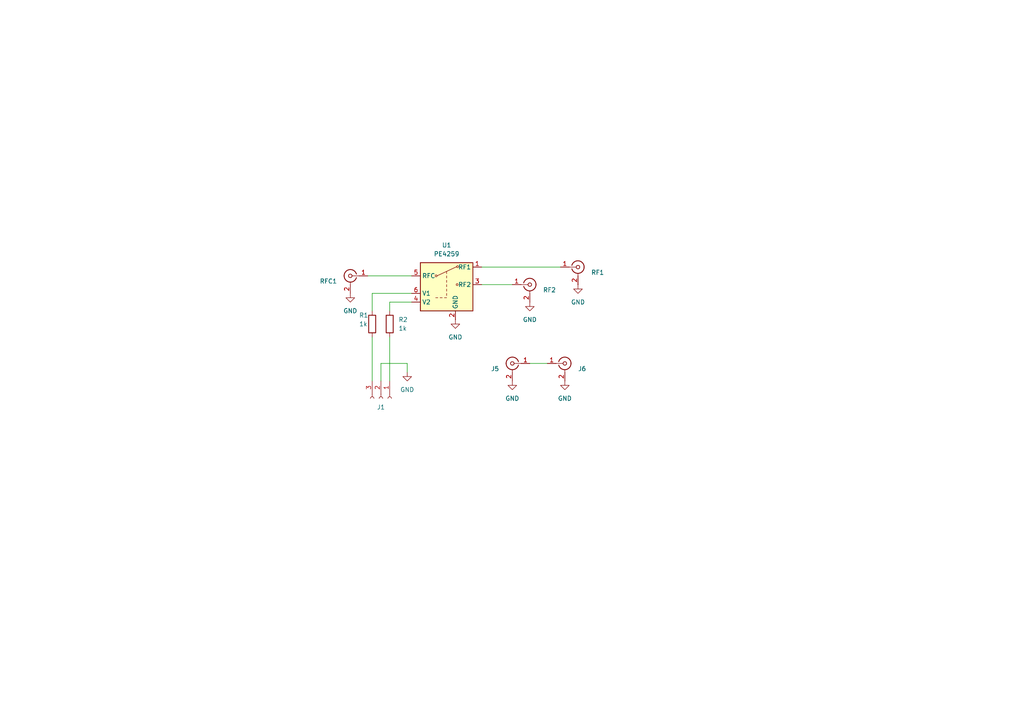
<source format=kicad_sch>
(kicad_sch
	(version 20231120)
	(generator "eeschema")
	(generator_version "8.0")
	(uuid "3f49a829-2c8c-4114-a9df-0b18facc8030")
	(paper "A4")
	(lib_symbols
		(symbol "Connector:Conn_01x03_Socket"
			(pin_names
				(offset 1.016) hide)
			(exclude_from_sim no)
			(in_bom yes)
			(on_board yes)
			(property "Reference" "J"
				(at 0 5.08 0)
				(effects
					(font
						(size 1.27 1.27)
					)
				)
			)
			(property "Value" "Conn_01x03_Socket"
				(at 0 -5.08 0)
				(effects
					(font
						(size 1.27 1.27)
					)
				)
			)
			(property "Footprint" ""
				(at 0 0 0)
				(effects
					(font
						(size 1.27 1.27)
					)
					(hide yes)
				)
			)
			(property "Datasheet" "~"
				(at 0 0 0)
				(effects
					(font
						(size 1.27 1.27)
					)
					(hide yes)
				)
			)
			(property "Description" "Generic connector, single row, 01x03, script generated"
				(at 0 0 0)
				(effects
					(font
						(size 1.27 1.27)
					)
					(hide yes)
				)
			)
			(property "ki_locked" ""
				(at 0 0 0)
				(effects
					(font
						(size 1.27 1.27)
					)
				)
			)
			(property "ki_keywords" "connector"
				(at 0 0 0)
				(effects
					(font
						(size 1.27 1.27)
					)
					(hide yes)
				)
			)
			(property "ki_fp_filters" "Connector*:*_1x??_*"
				(at 0 0 0)
				(effects
					(font
						(size 1.27 1.27)
					)
					(hide yes)
				)
			)
			(symbol "Conn_01x03_Socket_1_1"
				(arc
					(start 0 -2.032)
					(mid -0.5058 -2.54)
					(end 0 -3.048)
					(stroke
						(width 0.1524)
						(type default)
					)
					(fill
						(type none)
					)
				)
				(polyline
					(pts
						(xy -1.27 -2.54) (xy -0.508 -2.54)
					)
					(stroke
						(width 0.1524)
						(type default)
					)
					(fill
						(type none)
					)
				)
				(polyline
					(pts
						(xy -1.27 0) (xy -0.508 0)
					)
					(stroke
						(width 0.1524)
						(type default)
					)
					(fill
						(type none)
					)
				)
				(polyline
					(pts
						(xy -1.27 2.54) (xy -0.508 2.54)
					)
					(stroke
						(width 0.1524)
						(type default)
					)
					(fill
						(type none)
					)
				)
				(arc
					(start 0 0.508)
					(mid -0.5058 0)
					(end 0 -0.508)
					(stroke
						(width 0.1524)
						(type default)
					)
					(fill
						(type none)
					)
				)
				(arc
					(start 0 3.048)
					(mid -0.5058 2.54)
					(end 0 2.032)
					(stroke
						(width 0.1524)
						(type default)
					)
					(fill
						(type none)
					)
				)
				(pin passive line
					(at -5.08 2.54 0)
					(length 3.81)
					(name "Pin_1"
						(effects
							(font
								(size 1.27 1.27)
							)
						)
					)
					(number "1"
						(effects
							(font
								(size 1.27 1.27)
							)
						)
					)
				)
				(pin passive line
					(at -5.08 0 0)
					(length 3.81)
					(name "Pin_2"
						(effects
							(font
								(size 1.27 1.27)
							)
						)
					)
					(number "2"
						(effects
							(font
								(size 1.27 1.27)
							)
						)
					)
				)
				(pin passive line
					(at -5.08 -2.54 0)
					(length 3.81)
					(name "Pin_3"
						(effects
							(font
								(size 1.27 1.27)
							)
						)
					)
					(number "3"
						(effects
							(font
								(size 1.27 1.27)
							)
						)
					)
				)
			)
		)
		(symbol "Connector:Conn_Coaxial"
			(pin_names
				(offset 1.016) hide)
			(exclude_from_sim no)
			(in_bom yes)
			(on_board yes)
			(property "Reference" "J"
				(at 0.254 3.048 0)
				(effects
					(font
						(size 1.27 1.27)
					)
				)
			)
			(property "Value" "Conn_Coaxial"
				(at 2.921 0 90)
				(effects
					(font
						(size 1.27 1.27)
					)
				)
			)
			(property "Footprint" ""
				(at 0 0 0)
				(effects
					(font
						(size 1.27 1.27)
					)
					(hide yes)
				)
			)
			(property "Datasheet" "~"
				(at 0 0 0)
				(effects
					(font
						(size 1.27 1.27)
					)
					(hide yes)
				)
			)
			(property "Description" "coaxial connector (BNC, SMA, SMB, SMC, Cinch/RCA, LEMO, ...)"
				(at 0 0 0)
				(effects
					(font
						(size 1.27 1.27)
					)
					(hide yes)
				)
			)
			(property "ki_keywords" "BNC SMA SMB SMC LEMO coaxial connector CINCH RCA MCX MMCX U.FL UMRF"
				(at 0 0 0)
				(effects
					(font
						(size 1.27 1.27)
					)
					(hide yes)
				)
			)
			(property "ki_fp_filters" "*BNC* *SMA* *SMB* *SMC* *Cinch* *LEMO* *UMRF* *MCX* *U.FL*"
				(at 0 0 0)
				(effects
					(font
						(size 1.27 1.27)
					)
					(hide yes)
				)
			)
			(symbol "Conn_Coaxial_0_1"
				(arc
					(start -1.778 -0.508)
					(mid 0.2311 -1.8066)
					(end 1.778 0)
					(stroke
						(width 0.254)
						(type default)
					)
					(fill
						(type none)
					)
				)
				(polyline
					(pts
						(xy -2.54 0) (xy -0.508 0)
					)
					(stroke
						(width 0)
						(type default)
					)
					(fill
						(type none)
					)
				)
				(polyline
					(pts
						(xy 0 -2.54) (xy 0 -1.778)
					)
					(stroke
						(width 0)
						(type default)
					)
					(fill
						(type none)
					)
				)
				(circle
					(center 0 0)
					(radius 0.508)
					(stroke
						(width 0.2032)
						(type default)
					)
					(fill
						(type none)
					)
				)
				(arc
					(start 1.778 0)
					(mid 0.2099 1.8101)
					(end -1.778 0.508)
					(stroke
						(width 0.254)
						(type default)
					)
					(fill
						(type none)
					)
				)
			)
			(symbol "Conn_Coaxial_1_1"
				(pin passive line
					(at -5.08 0 0)
					(length 2.54)
					(name "In"
						(effects
							(font
								(size 1.27 1.27)
							)
						)
					)
					(number "1"
						(effects
							(font
								(size 1.27 1.27)
							)
						)
					)
				)
				(pin passive line
					(at 0 -5.08 90)
					(length 2.54)
					(name "Ext"
						(effects
							(font
								(size 1.27 1.27)
							)
						)
					)
					(number "2"
						(effects
							(font
								(size 1.27 1.27)
							)
						)
					)
				)
			)
		)
		(symbol "Device:R"
			(pin_numbers hide)
			(pin_names
				(offset 0)
			)
			(exclude_from_sim no)
			(in_bom yes)
			(on_board yes)
			(property "Reference" "R"
				(at 2.032 0 90)
				(effects
					(font
						(size 1.27 1.27)
					)
				)
			)
			(property "Value" "R"
				(at 0 0 90)
				(effects
					(font
						(size 1.27 1.27)
					)
				)
			)
			(property "Footprint" ""
				(at -1.778 0 90)
				(effects
					(font
						(size 1.27 1.27)
					)
					(hide yes)
				)
			)
			(property "Datasheet" "~"
				(at 0 0 0)
				(effects
					(font
						(size 1.27 1.27)
					)
					(hide yes)
				)
			)
			(property "Description" "Resistor"
				(at 0 0 0)
				(effects
					(font
						(size 1.27 1.27)
					)
					(hide yes)
				)
			)
			(property "ki_keywords" "R res resistor"
				(at 0 0 0)
				(effects
					(font
						(size 1.27 1.27)
					)
					(hide yes)
				)
			)
			(property "ki_fp_filters" "R_*"
				(at 0 0 0)
				(effects
					(font
						(size 1.27 1.27)
					)
					(hide yes)
				)
			)
			(symbol "R_0_1"
				(rectangle
					(start -1.016 -2.54)
					(end 1.016 2.54)
					(stroke
						(width 0.254)
						(type default)
					)
					(fill
						(type none)
					)
				)
			)
			(symbol "R_1_1"
				(pin passive line
					(at 0 3.81 270)
					(length 1.27)
					(name "~"
						(effects
							(font
								(size 1.27 1.27)
							)
						)
					)
					(number "1"
						(effects
							(font
								(size 1.27 1.27)
							)
						)
					)
				)
				(pin passive line
					(at 0 -3.81 90)
					(length 1.27)
					(name "~"
						(effects
							(font
								(size 1.27 1.27)
							)
						)
					)
					(number "2"
						(effects
							(font
								(size 1.27 1.27)
							)
						)
					)
				)
			)
		)
		(symbol "RF_Switch:MASWSS0179"
			(exclude_from_sim no)
			(in_bom yes)
			(on_board yes)
			(property "Reference" "U"
				(at -7.62 7.62 0)
				(effects
					(font
						(size 1.27 1.27)
					)
				)
			)
			(property "Value" "MASWSS0179"
				(at 3.81 7.62 0)
				(effects
					(font
						(size 1.27 1.27)
					)
				)
			)
			(property "Footprint" "Package_TO_SOT_SMD:SOT-23-6"
				(at 0 2.54 0)
				(effects
					(font
						(size 1.27 1.27)
					)
					(hide yes)
				)
			)
			(property "Datasheet" "https://cdn.macom.com/datasheets/MASWSS0179.pdf"
				(at 0 2.54 0)
				(effects
					(font
						(size 1.27 1.27)
					)
					(hide yes)
				)
			)
			(property "Description" "Macom GaAs RF SPDT switch, DC-2GHz, 0.6/22dB loss/isolation, SOT-26 (SOT-23-6)"
				(at 0 0 0)
				(effects
					(font
						(size 1.27 1.27)
					)
					(hide yes)
				)
			)
			(property "ki_keywords" "RF SWITCH SPDT"
				(at 0 0 0)
				(effects
					(font
						(size 1.27 1.27)
					)
					(hide yes)
				)
			)
			(property "ki_fp_filters" "SOT?23*"
				(at 0 0 0)
				(effects
					(font
						(size 1.27 1.27)
					)
					(hide yes)
				)
			)
			(symbol "MASWSS0179_0_1"
				(circle
					(center -3.048 2.54)
					(radius 0.2794)
					(stroke
						(width 0)
						(type default)
					)
					(fill
						(type none)
					)
				)
				(polyline
					(pts
						(xy -3.175 -3.81) (xy -2.54 -3.81)
					)
					(stroke
						(width 0)
						(type default)
					)
					(fill
						(type none)
					)
				)
				(polyline
					(pts
						(xy -2.794 2.54) (xy 2.921 5.207)
					)
					(stroke
						(width 0)
						(type default)
					)
					(fill
						(type none)
					)
				)
				(polyline
					(pts
						(xy -1.905 -3.81) (xy -1.27 -3.81)
					)
					(stroke
						(width 0)
						(type default)
					)
					(fill
						(type none)
					)
				)
				(polyline
					(pts
						(xy -0.635 -3.81) (xy 0 -3.81)
					)
					(stroke
						(width 0)
						(type default)
					)
					(fill
						(type none)
					)
				)
				(polyline
					(pts
						(xy 0 -3.175) (xy 0 -2.54)
					)
					(stroke
						(width 0)
						(type default)
					)
					(fill
						(type none)
					)
				)
				(polyline
					(pts
						(xy 0 -1.905) (xy 0 -1.27)
					)
					(stroke
						(width 0)
						(type default)
					)
					(fill
						(type none)
					)
				)
				(polyline
					(pts
						(xy 0 -0.635) (xy 0 0)
					)
					(stroke
						(width 0)
						(type default)
					)
					(fill
						(type none)
					)
				)
				(polyline
					(pts
						(xy 0 0.635) (xy 0 1.27)
					)
					(stroke
						(width 0)
						(type default)
					)
					(fill
						(type none)
					)
				)
				(polyline
					(pts
						(xy 0 1.905) (xy 0 2.54)
					)
					(stroke
						(width 0)
						(type default)
					)
					(fill
						(type none)
					)
				)
				(polyline
					(pts
						(xy 0 3.175) (xy 0 3.81)
					)
					(stroke
						(width 0)
						(type default)
					)
					(fill
						(type none)
					)
				)
				(circle
					(center 3.048 0)
					(radius 0.2794)
					(stroke
						(width 0)
						(type default)
					)
					(fill
						(type none)
					)
				)
				(circle
					(center 3.175 5.207)
					(radius 0.2794)
					(stroke
						(width 0)
						(type default)
					)
					(fill
						(type none)
					)
				)
				(rectangle
					(start 7.62 -7.62)
					(end -7.62 6.35)
					(stroke
						(width 0.254)
						(type default)
					)
					(fill
						(type background)
					)
				)
			)
			(symbol "MASWSS0179_1_1"
				(pin passive line
					(at 10.16 5.08 180)
					(length 2.54)
					(name "RF1"
						(effects
							(font
								(size 1.27 1.27)
							)
						)
					)
					(number "1"
						(effects
							(font
								(size 1.27 1.27)
							)
						)
					)
				)
				(pin power_in line
					(at 2.54 -10.16 90)
					(length 2.54)
					(name "GND"
						(effects
							(font
								(size 1.27 1.27)
							)
						)
					)
					(number "2"
						(effects
							(font
								(size 1.27 1.27)
							)
						)
					)
				)
				(pin passive line
					(at 10.16 0 180)
					(length 2.54)
					(name "RF2"
						(effects
							(font
								(size 1.27 1.27)
							)
						)
					)
					(number "3"
						(effects
							(font
								(size 1.27 1.27)
							)
						)
					)
				)
				(pin input line
					(at -10.16 -5.08 0)
					(length 2.54)
					(name "V2"
						(effects
							(font
								(size 1.27 1.27)
							)
						)
					)
					(number "4"
						(effects
							(font
								(size 1.27 1.27)
							)
						)
					)
				)
				(pin passive line
					(at -10.16 2.54 0)
					(length 2.54)
					(name "RFC"
						(effects
							(font
								(size 1.27 1.27)
							)
						)
					)
					(number "5"
						(effects
							(font
								(size 1.27 1.27)
							)
						)
					)
				)
				(pin input line
					(at -10.16 -2.54 0)
					(length 2.54)
					(name "V1"
						(effects
							(font
								(size 1.27 1.27)
							)
						)
					)
					(number "6"
						(effects
							(font
								(size 1.27 1.27)
							)
						)
					)
				)
			)
		)
		(symbol "power:GND"
			(power)
			(pin_numbers hide)
			(pin_names
				(offset 0) hide)
			(exclude_from_sim no)
			(in_bom yes)
			(on_board yes)
			(property "Reference" "#PWR"
				(at 0 -6.35 0)
				(effects
					(font
						(size 1.27 1.27)
					)
					(hide yes)
				)
			)
			(property "Value" "GND"
				(at 0 -3.81 0)
				(effects
					(font
						(size 1.27 1.27)
					)
				)
			)
			(property "Footprint" ""
				(at 0 0 0)
				(effects
					(font
						(size 1.27 1.27)
					)
					(hide yes)
				)
			)
			(property "Datasheet" ""
				(at 0 0 0)
				(effects
					(font
						(size 1.27 1.27)
					)
					(hide yes)
				)
			)
			(property "Description" "Power symbol creates a global label with name \"GND\" , ground"
				(at 0 0 0)
				(effects
					(font
						(size 1.27 1.27)
					)
					(hide yes)
				)
			)
			(property "ki_keywords" "global power"
				(at 0 0 0)
				(effects
					(font
						(size 1.27 1.27)
					)
					(hide yes)
				)
			)
			(symbol "GND_0_1"
				(polyline
					(pts
						(xy 0 0) (xy 0 -1.27) (xy 1.27 -1.27) (xy 0 -2.54) (xy -1.27 -1.27) (xy 0 -1.27)
					)
					(stroke
						(width 0)
						(type default)
					)
					(fill
						(type none)
					)
				)
			)
			(symbol "GND_1_1"
				(pin power_in line
					(at 0 0 270)
					(length 0)
					(name "~"
						(effects
							(font
								(size 1.27 1.27)
							)
						)
					)
					(number "1"
						(effects
							(font
								(size 1.27 1.27)
							)
						)
					)
				)
			)
		)
	)
	(wire
		(pts
			(xy 139.7 77.47) (xy 162.56 77.47)
		)
		(stroke
			(width 0)
			(type default)
		)
		(uuid "08ce11f6-8d37-4e5a-951c-f851d701bb39")
	)
	(wire
		(pts
			(xy 119.38 85.09) (xy 107.95 85.09)
		)
		(stroke
			(width 0)
			(type default)
		)
		(uuid "0e7707fe-7062-4b88-8811-0a28f98e1d13")
	)
	(wire
		(pts
			(xy 113.03 97.79) (xy 113.03 110.49)
		)
		(stroke
			(width 0)
			(type default)
		)
		(uuid "188ec48b-6cd9-47c7-86dc-766aae17f6cd")
	)
	(wire
		(pts
			(xy 110.49 110.49) (xy 110.49 105.41)
		)
		(stroke
			(width 0)
			(type default)
		)
		(uuid "38a11fc1-f858-4d1d-9b12-58a075111adb")
	)
	(wire
		(pts
			(xy 119.38 87.63) (xy 113.03 87.63)
		)
		(stroke
			(width 0)
			(type default)
		)
		(uuid "6f6a194e-4fd6-4711-9946-acc4fc496c2f")
	)
	(wire
		(pts
			(xy 118.11 105.41) (xy 118.11 107.95)
		)
		(stroke
			(width 0)
			(type default)
		)
		(uuid "8c1546f6-f485-46e0-b0b7-a225ab487348")
	)
	(wire
		(pts
			(xy 107.95 97.79) (xy 107.95 110.49)
		)
		(stroke
			(width 0)
			(type default)
		)
		(uuid "9a5723e8-8ab1-41e7-ace9-22d8ec2f8c35")
	)
	(wire
		(pts
			(xy 106.68 80.01) (xy 119.38 80.01)
		)
		(stroke
			(width 0)
			(type default)
		)
		(uuid "9fe9ffda-e843-4a42-889a-f544fa555876")
	)
	(wire
		(pts
			(xy 113.03 87.63) (xy 113.03 90.17)
		)
		(stroke
			(width 0)
			(type default)
		)
		(uuid "ab2a8bef-a09c-4eb3-bf7f-f165d5f781a4")
	)
	(wire
		(pts
			(xy 153.67 105.41) (xy 158.75 105.41)
		)
		(stroke
			(width 0)
			(type default)
		)
		(uuid "c0c5662e-ad7f-41a8-8bcc-372947e04cab")
	)
	(wire
		(pts
			(xy 107.95 85.09) (xy 107.95 90.17)
		)
		(stroke
			(width 0)
			(type default)
		)
		(uuid "c32a9585-f37f-4c75-8b3d-440d051568fb")
	)
	(wire
		(pts
			(xy 110.49 105.41) (xy 118.11 105.41)
		)
		(stroke
			(width 0)
			(type default)
		)
		(uuid "cb167947-7a91-4823-8533-cfa4ab00ee95")
	)
	(wire
		(pts
			(xy 139.7 82.55) (xy 148.59 82.55)
		)
		(stroke
			(width 0)
			(type default)
		)
		(uuid "dbdebc87-15b7-4598-a6a3-0ebb2be17ca6")
	)
	(symbol
		(lib_id "Connector:Conn_Coaxial")
		(at 148.59 105.41 0)
		(mirror y)
		(unit 1)
		(exclude_from_sim no)
		(in_bom yes)
		(on_board yes)
		(dnp no)
		(uuid "0b40a508-69d6-4850-a93e-20dad903c606")
		(property "Reference" "J5"
			(at 144.78 106.9733 0)
			(effects
				(font
					(size 1.27 1.27)
				)
				(justify left)
			)
		)
		(property "Value" "Conn_Coaxial"
			(at 144.78 104.4333 0)
			(effects
				(font
					(size 1.27 1.27)
				)
				(justify left)
				(hide yes)
			)
		)
		(property "Footprint" "Connector_Coaxial:SMA_Molex_73251-1153_EdgeMount_Horizontal"
			(at 148.59 105.41 0)
			(effects
				(font
					(size 1.27 1.27)
				)
				(hide yes)
			)
		)
		(property "Datasheet" "~"
			(at 148.59 105.41 0)
			(effects
				(font
					(size 1.27 1.27)
				)
				(hide yes)
			)
		)
		(property "Description" "coaxial connector (BNC, SMA, SMB, SMC, Cinch/RCA, LEMO, ...)"
			(at 148.59 105.41 0)
			(effects
				(font
					(size 1.27 1.27)
				)
				(hide yes)
			)
		)
		(pin "2"
			(uuid "28bb6553-d676-4314-b76c-3df20550cfcc")
		)
		(pin "1"
			(uuid "b116d6ea-8847-42ea-b0a4-d3232234ddd2")
		)
		(instances
			(project "PE RF Switch Test"
				(path "/3f49a829-2c8c-4114-a9df-0b18facc8030"
					(reference "J5")
					(unit 1)
				)
			)
		)
	)
	(symbol
		(lib_id "power:GND")
		(at 101.6 85.09 0)
		(unit 1)
		(exclude_from_sim no)
		(in_bom yes)
		(on_board yes)
		(dnp no)
		(fields_autoplaced yes)
		(uuid "15599c73-dfcb-4966-8001-e9b85fcfaf63")
		(property "Reference" "#PWR03"
			(at 101.6 91.44 0)
			(effects
				(font
					(size 1.27 1.27)
				)
				(hide yes)
			)
		)
		(property "Value" "GND"
			(at 101.6 90.17 0)
			(effects
				(font
					(size 1.27 1.27)
				)
			)
		)
		(property "Footprint" ""
			(at 101.6 85.09 0)
			(effects
				(font
					(size 1.27 1.27)
				)
				(hide yes)
			)
		)
		(property "Datasheet" ""
			(at 101.6 85.09 0)
			(effects
				(font
					(size 1.27 1.27)
				)
				(hide yes)
			)
		)
		(property "Description" "Power symbol creates a global label with name \"GND\" , ground"
			(at 101.6 85.09 0)
			(effects
				(font
					(size 1.27 1.27)
				)
				(hide yes)
			)
		)
		(pin "1"
			(uuid "7af6a935-4cf6-45a2-8603-3a162fe3e043")
		)
		(instances
			(project "PE RF Switch Test"
				(path "/3f49a829-2c8c-4114-a9df-0b18facc8030"
					(reference "#PWR03")
					(unit 1)
				)
			)
		)
	)
	(symbol
		(lib_id "power:GND")
		(at 132.08 92.71 0)
		(unit 1)
		(exclude_from_sim no)
		(in_bom yes)
		(on_board yes)
		(dnp no)
		(fields_autoplaced yes)
		(uuid "29cc91ca-f2bb-4ec9-8ce0-55b85bc64475")
		(property "Reference" "#PWR01"
			(at 132.08 99.06 0)
			(effects
				(font
					(size 1.27 1.27)
				)
				(hide yes)
			)
		)
		(property "Value" "GND"
			(at 132.08 97.79 0)
			(effects
				(font
					(size 1.27 1.27)
				)
			)
		)
		(property "Footprint" ""
			(at 132.08 92.71 0)
			(effects
				(font
					(size 1.27 1.27)
				)
				(hide yes)
			)
		)
		(property "Datasheet" ""
			(at 132.08 92.71 0)
			(effects
				(font
					(size 1.27 1.27)
				)
				(hide yes)
			)
		)
		(property "Description" "Power symbol creates a global label with name \"GND\" , ground"
			(at 132.08 92.71 0)
			(effects
				(font
					(size 1.27 1.27)
				)
				(hide yes)
			)
		)
		(pin "1"
			(uuid "694920c0-f2da-4ff8-b32c-001b568444be")
		)
		(instances
			(project ""
				(path "/3f49a829-2c8c-4114-a9df-0b18facc8030"
					(reference "#PWR01")
					(unit 1)
				)
			)
		)
	)
	(symbol
		(lib_id "Connector:Conn_Coaxial")
		(at 101.6 80.01 0)
		(mirror y)
		(unit 1)
		(exclude_from_sim no)
		(in_bom yes)
		(on_board yes)
		(dnp no)
		(uuid "3841a3b4-49a6-43d2-9a1e-0208bf2c4a9b")
		(property "Reference" "RFC1"
			(at 97.79 81.5733 0)
			(effects
				(font
					(size 1.27 1.27)
				)
				(justify left)
			)
		)
		(property "Value" "Conn_Coaxial"
			(at 97.79 79.0333 0)
			(effects
				(font
					(size 1.27 1.27)
				)
				(justify left)
				(hide yes)
			)
		)
		(property "Footprint" "Connector_Coaxial:SMA_Molex_73251-1153_EdgeMount_Horizontal"
			(at 101.6 80.01 0)
			(effects
				(font
					(size 1.27 1.27)
				)
				(hide yes)
			)
		)
		(property "Datasheet" "~"
			(at 101.6 80.01 0)
			(effects
				(font
					(size 1.27 1.27)
				)
				(hide yes)
			)
		)
		(property "Description" "coaxial connector (BNC, SMA, SMB, SMC, Cinch/RCA, LEMO, ...)"
			(at 101.6 80.01 0)
			(effects
				(font
					(size 1.27 1.27)
				)
				(hide yes)
			)
		)
		(pin "2"
			(uuid "3bacd5c1-ac1b-4679-af92-b600bd8a0be8")
		)
		(pin "1"
			(uuid "00d83be2-b7d0-4fcb-944f-26c02d73f165")
		)
		(instances
			(project ""
				(path "/3f49a829-2c8c-4114-a9df-0b18facc8030"
					(reference "RFC1")
					(unit 1)
				)
			)
		)
	)
	(symbol
		(lib_id "power:GND")
		(at 167.64 82.55 0)
		(unit 1)
		(exclude_from_sim no)
		(in_bom yes)
		(on_board yes)
		(dnp no)
		(fields_autoplaced yes)
		(uuid "4c5ab216-0934-4ed7-8cea-78e393e25cb8")
		(property "Reference" "#PWR04"
			(at 167.64 88.9 0)
			(effects
				(font
					(size 1.27 1.27)
				)
				(hide yes)
			)
		)
		(property "Value" "GND"
			(at 167.64 87.63 0)
			(effects
				(font
					(size 1.27 1.27)
				)
			)
		)
		(property "Footprint" ""
			(at 167.64 82.55 0)
			(effects
				(font
					(size 1.27 1.27)
				)
				(hide yes)
			)
		)
		(property "Datasheet" ""
			(at 167.64 82.55 0)
			(effects
				(font
					(size 1.27 1.27)
				)
				(hide yes)
			)
		)
		(property "Description" "Power symbol creates a global label with name \"GND\" , ground"
			(at 167.64 82.55 0)
			(effects
				(font
					(size 1.27 1.27)
				)
				(hide yes)
			)
		)
		(pin "1"
			(uuid "2df5286c-7565-4111-93ec-a138637bfa13")
		)
		(instances
			(project "PE RF Switch Test"
				(path "/3f49a829-2c8c-4114-a9df-0b18facc8030"
					(reference "#PWR04")
					(unit 1)
				)
			)
		)
	)
	(symbol
		(lib_id "RF_Switch:MASWSS0179")
		(at 129.54 82.55 0)
		(unit 1)
		(exclude_from_sim no)
		(in_bom yes)
		(on_board yes)
		(dnp no)
		(fields_autoplaced yes)
		(uuid "6d5f62dc-f0a5-41bc-a21f-3c8b5c5bdcdb")
		(property "Reference" "U1"
			(at 129.54 71.12 0)
			(effects
				(font
					(size 1.27 1.27)
				)
			)
		)
		(property "Value" "PE4259"
			(at 129.54 73.66 0)
			(effects
				(font
					(size 1.27 1.27)
				)
			)
		)
		(property "Footprint" "Package_TO_SOT_SMD:SOT-363_SC-70-6_Handsoldering"
			(at 129.54 80.01 0)
			(effects
				(font
					(size 1.27 1.27)
				)
				(hide yes)
			)
		)
		(property "Datasheet" "https://cdn.macom.com/datasheets/MASWSS0179.pdf"
			(at 129.54 80.01 0)
			(effects
				(font
					(size 1.27 1.27)
				)
				(hide yes)
			)
		)
		(property "Description" "Macom GaAs RF SPDT switch, DC-2GHz, 0.6/22dB loss/isolation, SOT-26 (SOT-23-6)"
			(at 129.54 82.55 0)
			(effects
				(font
					(size 1.27 1.27)
				)
				(hide yes)
			)
		)
		(pin "2"
			(uuid "8ea856ff-4dc0-457f-9b6e-c8abefef3a71")
		)
		(pin "5"
			(uuid "026b8d22-11d6-4532-8b22-1d5ca2e448b0")
		)
		(pin "6"
			(uuid "e2f6e278-c1b0-4654-8555-767dc087da51")
		)
		(pin "3"
			(uuid "e59b030c-b806-40a5-85a0-02d3ce91b975")
		)
		(pin "1"
			(uuid "1c59766a-09fc-417a-8963-826796a1bbdb")
		)
		(pin "4"
			(uuid "5d8b78fa-b02a-4f22-9da8-b0f8c2f09182")
		)
		(instances
			(project ""
				(path "/3f49a829-2c8c-4114-a9df-0b18facc8030"
					(reference "U1")
					(unit 1)
				)
			)
		)
	)
	(symbol
		(lib_id "Connector:Conn_Coaxial")
		(at 153.67 82.55 0)
		(unit 1)
		(exclude_from_sim no)
		(in_bom yes)
		(on_board yes)
		(dnp no)
		(uuid "7e819da7-857d-4e60-b871-6118dd4427cd")
		(property "Reference" "RF2"
			(at 157.48 84.1133 0)
			(effects
				(font
					(size 1.27 1.27)
				)
				(justify left)
			)
		)
		(property "Value" "Conn_Coaxial"
			(at 157.48 81.5733 0)
			(effects
				(font
					(size 1.27 1.27)
				)
				(justify left)
				(hide yes)
			)
		)
		(property "Footprint" "Connector_Coaxial:SMA_Molex_73251-1153_EdgeMount_Horizontal"
			(at 153.67 82.55 0)
			(effects
				(font
					(size 1.27 1.27)
				)
				(hide yes)
			)
		)
		(property "Datasheet" "~"
			(at 153.67 82.55 0)
			(effects
				(font
					(size 1.27 1.27)
				)
				(hide yes)
			)
		)
		(property "Description" "coaxial connector (BNC, SMA, SMB, SMC, Cinch/RCA, LEMO, ...)"
			(at 153.67 82.55 0)
			(effects
				(font
					(size 1.27 1.27)
				)
				(hide yes)
			)
		)
		(pin "2"
			(uuid "30fc17cf-bc68-4fe0-a1b5-a6aae5b4993c")
		)
		(pin "1"
			(uuid "fcd549c5-ec2e-4032-abec-17792a09abd4")
		)
		(instances
			(project "PE RF Switch Test"
				(path "/3f49a829-2c8c-4114-a9df-0b18facc8030"
					(reference "RF2")
					(unit 1)
				)
			)
		)
	)
	(symbol
		(lib_id "power:GND")
		(at 118.11 107.95 0)
		(unit 1)
		(exclude_from_sim no)
		(in_bom yes)
		(on_board yes)
		(dnp no)
		(fields_autoplaced yes)
		(uuid "98289f0b-bdf4-4f22-bb40-3f978256e224")
		(property "Reference" "#PWR02"
			(at 118.11 114.3 0)
			(effects
				(font
					(size 1.27 1.27)
				)
				(hide yes)
			)
		)
		(property "Value" "GND"
			(at 118.11 113.03 0)
			(effects
				(font
					(size 1.27 1.27)
				)
			)
		)
		(property "Footprint" ""
			(at 118.11 107.95 0)
			(effects
				(font
					(size 1.27 1.27)
				)
				(hide yes)
			)
		)
		(property "Datasheet" ""
			(at 118.11 107.95 0)
			(effects
				(font
					(size 1.27 1.27)
				)
				(hide yes)
			)
		)
		(property "Description" "Power symbol creates a global label with name \"GND\" , ground"
			(at 118.11 107.95 0)
			(effects
				(font
					(size 1.27 1.27)
				)
				(hide yes)
			)
		)
		(pin "1"
			(uuid "96a14d31-e215-4c8b-8c29-f363faccda91")
		)
		(instances
			(project "PE RF Switch Test"
				(path "/3f49a829-2c8c-4114-a9df-0b18facc8030"
					(reference "#PWR02")
					(unit 1)
				)
			)
		)
	)
	(symbol
		(lib_id "power:GND")
		(at 148.59 110.49 0)
		(unit 1)
		(exclude_from_sim no)
		(in_bom yes)
		(on_board yes)
		(dnp no)
		(fields_autoplaced yes)
		(uuid "d822689a-36f1-44fa-bfbf-e2d6949ab32b")
		(property "Reference" "#PWR06"
			(at 148.59 116.84 0)
			(effects
				(font
					(size 1.27 1.27)
				)
				(hide yes)
			)
		)
		(property "Value" "GND"
			(at 148.59 115.57 0)
			(effects
				(font
					(size 1.27 1.27)
				)
			)
		)
		(property "Footprint" ""
			(at 148.59 110.49 0)
			(effects
				(font
					(size 1.27 1.27)
				)
				(hide yes)
			)
		)
		(property "Datasheet" ""
			(at 148.59 110.49 0)
			(effects
				(font
					(size 1.27 1.27)
				)
				(hide yes)
			)
		)
		(property "Description" "Power symbol creates a global label with name \"GND\" , ground"
			(at 148.59 110.49 0)
			(effects
				(font
					(size 1.27 1.27)
				)
				(hide yes)
			)
		)
		(pin "1"
			(uuid "86199c0b-6c7e-474f-84df-e6762dca234d")
		)
		(instances
			(project "PE RF Switch Test"
				(path "/3f49a829-2c8c-4114-a9df-0b18facc8030"
					(reference "#PWR06")
					(unit 1)
				)
			)
		)
	)
	(symbol
		(lib_id "Connector:Conn_Coaxial")
		(at 163.83 105.41 0)
		(unit 1)
		(exclude_from_sim no)
		(in_bom yes)
		(on_board yes)
		(dnp no)
		(uuid "d97c92cd-5602-4d01-9a19-509d8df44f50")
		(property "Reference" "J6"
			(at 167.64 106.9733 0)
			(effects
				(font
					(size 1.27 1.27)
				)
				(justify left)
			)
		)
		(property "Value" "Conn_Coaxial"
			(at 167.64 104.4333 0)
			(effects
				(font
					(size 1.27 1.27)
				)
				(justify left)
				(hide yes)
			)
		)
		(property "Footprint" "Connector_Coaxial:SMA_Molex_73251-1153_EdgeMount_Horizontal"
			(at 163.83 105.41 0)
			(effects
				(font
					(size 1.27 1.27)
				)
				(hide yes)
			)
		)
		(property "Datasheet" "~"
			(at 163.83 105.41 0)
			(effects
				(font
					(size 1.27 1.27)
				)
				(hide yes)
			)
		)
		(property "Description" "coaxial connector (BNC, SMA, SMB, SMC, Cinch/RCA, LEMO, ...)"
			(at 163.83 105.41 0)
			(effects
				(font
					(size 1.27 1.27)
				)
				(hide yes)
			)
		)
		(pin "2"
			(uuid "a788d0fa-0ddf-4b27-81f6-809fe961888a")
		)
		(pin "1"
			(uuid "2bd4e1ce-6856-4edb-8c51-9495ca428215")
		)
		(instances
			(project "PE RF Switch Test"
				(path "/3f49a829-2c8c-4114-a9df-0b18facc8030"
					(reference "J6")
					(unit 1)
				)
			)
		)
	)
	(symbol
		(lib_id "Device:R")
		(at 113.03 93.98 0)
		(unit 1)
		(exclude_from_sim no)
		(in_bom yes)
		(on_board yes)
		(dnp no)
		(fields_autoplaced yes)
		(uuid "db6403c1-e1b9-495b-bd9f-ef5f2e4d330e")
		(property "Reference" "R2"
			(at 115.57 92.7099 0)
			(effects
				(font
					(size 1.27 1.27)
				)
				(justify left)
			)
		)
		(property "Value" "1k"
			(at 115.57 95.2499 0)
			(effects
				(font
					(size 1.27 1.27)
				)
				(justify left)
			)
		)
		(property "Footprint" "Resistor_SMD:R_0603_1608Metric_Pad0.98x0.95mm_HandSolder"
			(at 111.252 93.98 90)
			(effects
				(font
					(size 1.27 1.27)
				)
				(hide yes)
			)
		)
		(property "Datasheet" "~"
			(at 113.03 93.98 0)
			(effects
				(font
					(size 1.27 1.27)
				)
				(hide yes)
			)
		)
		(property "Description" "Resistor"
			(at 113.03 93.98 0)
			(effects
				(font
					(size 1.27 1.27)
				)
				(hide yes)
			)
		)
		(pin "1"
			(uuid "beb80997-f84f-489b-8f20-782daa8d5083")
		)
		(pin "2"
			(uuid "7bd21ba2-75cd-4c0d-acaf-fe1a7b69ea05")
		)
		(instances
			(project "PE RF Switch Test"
				(path "/3f49a829-2c8c-4114-a9df-0b18facc8030"
					(reference "R2")
					(unit 1)
				)
			)
		)
	)
	(symbol
		(lib_id "power:GND")
		(at 163.83 110.49 0)
		(unit 1)
		(exclude_from_sim no)
		(in_bom yes)
		(on_board yes)
		(dnp no)
		(fields_autoplaced yes)
		(uuid "e35385a3-e61c-444a-998a-2a8e88f53807")
		(property "Reference" "#PWR07"
			(at 163.83 116.84 0)
			(effects
				(font
					(size 1.27 1.27)
				)
				(hide yes)
			)
		)
		(property "Value" "GND"
			(at 163.83 115.57 0)
			(effects
				(font
					(size 1.27 1.27)
				)
			)
		)
		(property "Footprint" ""
			(at 163.83 110.49 0)
			(effects
				(font
					(size 1.27 1.27)
				)
				(hide yes)
			)
		)
		(property "Datasheet" ""
			(at 163.83 110.49 0)
			(effects
				(font
					(size 1.27 1.27)
				)
				(hide yes)
			)
		)
		(property "Description" "Power symbol creates a global label with name \"GND\" , ground"
			(at 163.83 110.49 0)
			(effects
				(font
					(size 1.27 1.27)
				)
				(hide yes)
			)
		)
		(pin "1"
			(uuid "40c6ee78-817c-4747-adbd-ae5142864759")
		)
		(instances
			(project "PE RF Switch Test"
				(path "/3f49a829-2c8c-4114-a9df-0b18facc8030"
					(reference "#PWR07")
					(unit 1)
				)
			)
		)
	)
	(symbol
		(lib_id "Device:R")
		(at 107.95 93.98 0)
		(unit 1)
		(exclude_from_sim no)
		(in_bom yes)
		(on_board yes)
		(dnp no)
		(uuid "eba0b80b-d132-4d61-b39b-9d28616ae81c")
		(property "Reference" "R1"
			(at 104.14 91.44 0)
			(effects
				(font
					(size 1.27 1.27)
				)
				(justify left)
			)
		)
		(property "Value" "1k"
			(at 104.14 93.98 0)
			(effects
				(font
					(size 1.27 1.27)
				)
				(justify left)
			)
		)
		(property "Footprint" "Resistor_SMD:R_0603_1608Metric_Pad0.98x0.95mm_HandSolder"
			(at 106.172 93.98 90)
			(effects
				(font
					(size 1.27 1.27)
				)
				(hide yes)
			)
		)
		(property "Datasheet" "~"
			(at 107.95 93.98 0)
			(effects
				(font
					(size 1.27 1.27)
				)
				(hide yes)
			)
		)
		(property "Description" "Resistor"
			(at 107.95 93.98 0)
			(effects
				(font
					(size 1.27 1.27)
				)
				(hide yes)
			)
		)
		(pin "1"
			(uuid "7ef3377e-6513-4119-8b2d-880329362496")
		)
		(pin "2"
			(uuid "9619a200-7d8d-4b4e-a681-a318cf83a95e")
		)
		(instances
			(project ""
				(path "/3f49a829-2c8c-4114-a9df-0b18facc8030"
					(reference "R1")
					(unit 1)
				)
			)
		)
	)
	(symbol
		(lib_id "Connector:Conn_Coaxial")
		(at 167.64 77.47 0)
		(unit 1)
		(exclude_from_sim no)
		(in_bom yes)
		(on_board yes)
		(dnp no)
		(uuid "f00efd4f-9b0c-4ec5-93ff-6adf9b4efdfa")
		(property "Reference" "RF1"
			(at 171.45 79.0333 0)
			(effects
				(font
					(size 1.27 1.27)
				)
				(justify left)
			)
		)
		(property "Value" "Conn_Coaxial"
			(at 171.45 76.4933 0)
			(effects
				(font
					(size 1.27 1.27)
				)
				(justify left)
				(hide yes)
			)
		)
		(property "Footprint" "Connector_Coaxial:SMA_Molex_73251-1153_EdgeMount_Horizontal"
			(at 167.64 77.47 0)
			(effects
				(font
					(size 1.27 1.27)
				)
				(hide yes)
			)
		)
		(property "Datasheet" "~"
			(at 167.64 77.47 0)
			(effects
				(font
					(size 1.27 1.27)
				)
				(hide yes)
			)
		)
		(property "Description" "coaxial connector (BNC, SMA, SMB, SMC, Cinch/RCA, LEMO, ...)"
			(at 167.64 77.47 0)
			(effects
				(font
					(size 1.27 1.27)
				)
				(hide yes)
			)
		)
		(pin "2"
			(uuid "a2eae673-73cc-443a-8292-1e6dd88f5573")
		)
		(pin "1"
			(uuid "a694608b-e3e3-4eb8-8989-6c3eb25f2450")
		)
		(instances
			(project "PE RF Switch Test"
				(path "/3f49a829-2c8c-4114-a9df-0b18facc8030"
					(reference "RF1")
					(unit 1)
				)
			)
		)
	)
	(symbol
		(lib_id "power:GND")
		(at 153.67 87.63 0)
		(mirror y)
		(unit 1)
		(exclude_from_sim no)
		(in_bom yes)
		(on_board yes)
		(dnp no)
		(fields_autoplaced yes)
		(uuid "fb3f3583-9038-43e1-98e7-a8d5f225e4aa")
		(property "Reference" "#PWR05"
			(at 153.67 93.98 0)
			(effects
				(font
					(size 1.27 1.27)
				)
				(hide yes)
			)
		)
		(property "Value" "GND"
			(at 153.67 92.71 0)
			(effects
				(font
					(size 1.27 1.27)
				)
			)
		)
		(property "Footprint" ""
			(at 153.67 87.63 0)
			(effects
				(font
					(size 1.27 1.27)
				)
				(hide yes)
			)
		)
		(property "Datasheet" ""
			(at 153.67 87.63 0)
			(effects
				(font
					(size 1.27 1.27)
				)
				(hide yes)
			)
		)
		(property "Description" "Power symbol creates a global label with name \"GND\" , ground"
			(at 153.67 87.63 0)
			(effects
				(font
					(size 1.27 1.27)
				)
				(hide yes)
			)
		)
		(pin "1"
			(uuid "dc9de888-602c-42aa-9ef9-839673b1e33b")
		)
		(instances
			(project "PE RF Switch Test"
				(path "/3f49a829-2c8c-4114-a9df-0b18facc8030"
					(reference "#PWR05")
					(unit 1)
				)
			)
		)
	)
	(symbol
		(lib_id "Connector:Conn_01x03_Socket")
		(at 110.49 115.57 270)
		(unit 1)
		(exclude_from_sim no)
		(in_bom yes)
		(on_board yes)
		(dnp no)
		(fields_autoplaced yes)
		(uuid "fff5d2ca-d3f6-4c78-9ae6-b6a7289bb167")
		(property "Reference" "J1"
			(at 110.49 118.11 90)
			(effects
				(font
					(size 1.27 1.27)
				)
			)
		)
		(property "Value" "Conn_01x03_Socket"
			(at 110.49 120.65 90)
			(effects
				(font
					(size 1.27 1.27)
				)
				(hide yes)
			)
		)
		(property "Footprint" "Connector_JST:JST_EH_B3B-EH-A_1x03_P2.50mm_Vertical"
			(at 110.49 115.57 0)
			(effects
				(font
					(size 1.27 1.27)
				)
				(hide yes)
			)
		)
		(property "Datasheet" "~"
			(at 110.49 115.57 0)
			(effects
				(font
					(size 1.27 1.27)
				)
				(hide yes)
			)
		)
		(property "Description" "Generic connector, single row, 01x03, script generated"
			(at 110.49 115.57 0)
			(effects
				(font
					(size 1.27 1.27)
				)
				(hide yes)
			)
		)
		(pin "2"
			(uuid "1976a2a5-01c4-4759-bb40-98537cc52a41")
		)
		(pin "3"
			(uuid "0919d1c4-9fbd-4a03-b9c4-156a206b49f8")
		)
		(pin "1"
			(uuid "74aa28f4-b640-48c0-9f63-475d31f56968")
		)
		(instances
			(project ""
				(path "/3f49a829-2c8c-4114-a9df-0b18facc8030"
					(reference "J1")
					(unit 1)
				)
			)
		)
	)
	(sheet_instances
		(path "/"
			(page "1")
		)
	)
)

</source>
